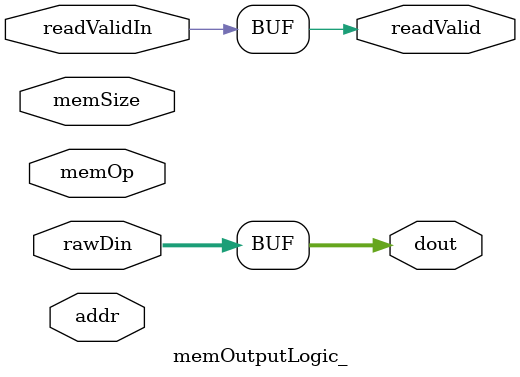
<source format=v>
`timescale 1ns / 1ps


module memOutputLogic_(
    input [31:0] addr, //for byte locations
    input readValidIn,
    input [31:0] rawDin,
    input [1:0] memOp,
    input [1:0] memSize,
    
    output [31:0] dout,
    output readValid

    );
    assign dout = rawDin;
    assign readValid = readValidIn;
endmodule

</source>
